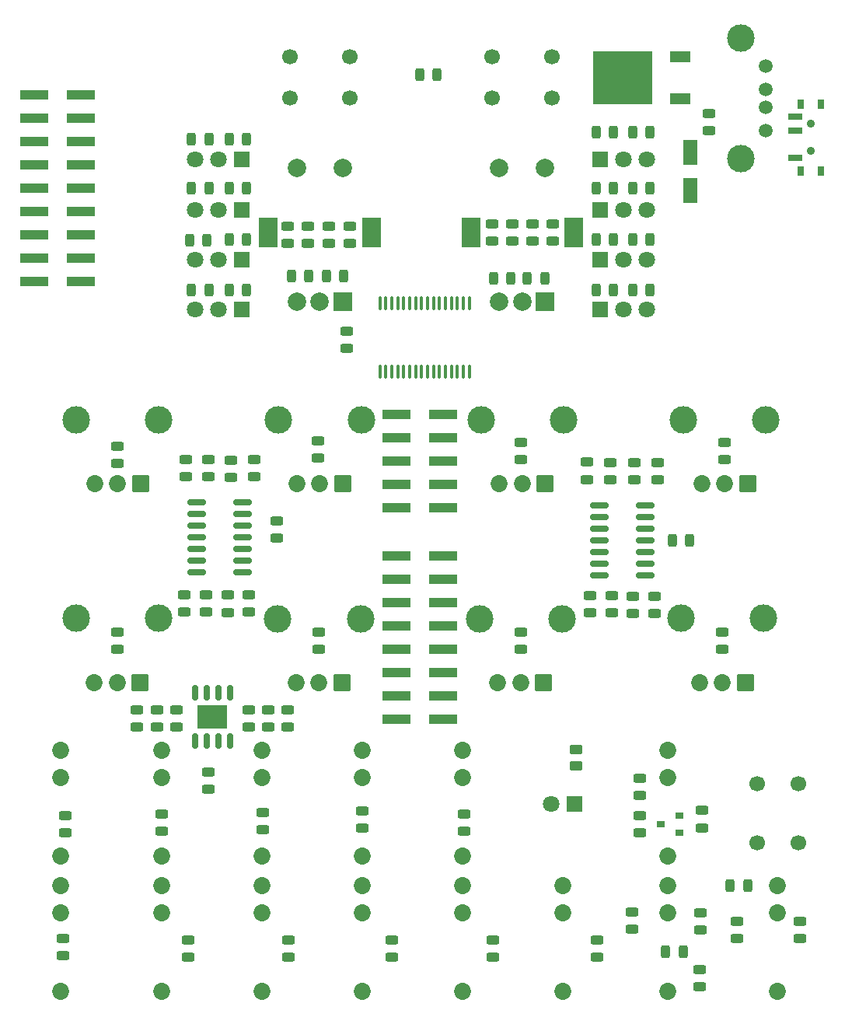
<source format=gbr>
%TF.GenerationSoftware,KiCad,Pcbnew,6.0.7-1.fc36*%
%TF.CreationDate,2022-09-03T22:34:53+00:00*%
%TF.ProjectId,fjol-top,666a6f6c-2d74-46f7-902e-6b696361645f,rev?*%
%TF.SameCoordinates,Original*%
%TF.FileFunction,Soldermask,Top*%
%TF.FilePolarity,Negative*%
%FSLAX46Y46*%
G04 Gerber Fmt 4.6, Leading zero omitted, Abs format (unit mm)*
G04 Created by KiCad (PCBNEW 6.0.7-1.fc36) date 2022-09-03 22:34:53*
%MOMM*%
%LPD*%
G01*
G04 APERTURE LIST*
G04 Aperture macros list*
%AMRoundRect*
0 Rectangle with rounded corners*
0 $1 Rounding radius*
0 $2 $3 $4 $5 $6 $7 $8 $9 X,Y pos of 4 corners*
0 Add a 4 corners polygon primitive as box body*
4,1,4,$2,$3,$4,$5,$6,$7,$8,$9,$2,$3,0*
0 Add four circle primitives for the rounded corners*
1,1,$1+$1,$2,$3*
1,1,$1+$1,$4,$5*
1,1,$1+$1,$6,$7*
1,1,$1+$1,$8,$9*
0 Add four rect primitives between the rounded corners*
20,1,$1+$1,$2,$3,$4,$5,0*
20,1,$1+$1,$4,$5,$6,$7,0*
20,1,$1+$1,$6,$7,$8,$9,0*
20,1,$1+$1,$8,$9,$2,$3,0*%
G04 Aperture macros list end*
%ADD10RoundRect,0.150000X0.825000X0.150000X-0.825000X0.150000X-0.825000X-0.150000X0.825000X-0.150000X0*%
%ADD11RoundRect,0.243750X-0.456250X0.243750X-0.456250X-0.243750X0.456250X-0.243750X0.456250X0.243750X0*%
%ADD12RoundRect,0.250000X-0.550000X1.137500X-0.550000X-1.137500X0.550000X-1.137500X0.550000X1.137500X0*%
%ADD13RoundRect,0.243750X0.456250X-0.243750X0.456250X0.243750X-0.456250X0.243750X-0.456250X-0.243750X0*%
%ADD14RoundRect,0.243750X0.243750X0.456250X-0.243750X0.456250X-0.243750X-0.456250X0.243750X-0.456250X0*%
%ADD15RoundRect,0.243750X-0.243750X-0.456250X0.243750X-0.456250X0.243750X0.456250X-0.243750X0.456250X0*%
%ADD16R,3.150000X1.000000*%
%ADD17R,0.900000X0.800000*%
%ADD18R,2.200000X1.200000*%
%ADD19R,6.400000X5.800000*%
%ADD20R,0.800000X1.000000*%
%ADD21C,0.900000*%
%ADD22R,1.500000X0.700000*%
%ADD23RoundRect,0.100000X0.100000X-0.637500X0.100000X0.637500X-0.100000X0.637500X-0.100000X-0.637500X0*%
%ADD24RoundRect,0.150000X-0.150000X0.662500X-0.150000X-0.662500X0.150000X-0.662500X0.150000X0.662500X0*%
%ADD25R,3.200000X2.514000*%
%ADD26RoundRect,0.250000X-0.450000X0.262500X-0.450000X-0.262500X0.450000X-0.262500X0.450000X0.262500X0*%
%ADD27C,1.853200*%
%ADD28C,1.503200*%
%ADD29C,3.003200*%
%ADD30RoundRect,0.101600X-0.825000X0.825000X-0.825000X-0.825000X0.825000X-0.825000X0.825000X0.825000X0*%
%ADD31C,2.997200*%
%ADD32C,1.700000*%
%ADD33R,2.000000X2.000000*%
%ADD34C,2.000000*%
%ADD35R,2.000000X3.200000*%
%ADD36R,1.800000X1.800000*%
%ADD37C,1.800000*%
G04 APERTURE END LIST*
D10*
%TO.C,U10*%
X161776838Y-112111780D03*
X161776838Y-110841780D03*
X161776838Y-109571780D03*
X161776838Y-108301780D03*
X161776838Y-107031780D03*
X161776838Y-105761780D03*
X161776838Y-104491780D03*
X156826838Y-104491780D03*
X156826838Y-105761780D03*
X156826838Y-107031780D03*
X156826838Y-108301780D03*
X156826838Y-109571780D03*
X156826838Y-110841780D03*
X156826838Y-112111780D03*
%TD*%
D11*
%TO.C,C8*%
X108613438Y-126721180D03*
X108613438Y-128596180D03*
%TD*%
%TO.C,C9*%
X120725938Y-126708680D03*
X120725938Y-128583680D03*
%TD*%
D12*
%TO.C,C14*%
X166705938Y-66056480D03*
X166705938Y-70181480D03*
%TD*%
D11*
%TO.C,C18*%
X168713438Y-61821180D03*
X168713438Y-63696180D03*
%TD*%
%TO.C,C32*%
X116299638Y-114245379D03*
X116299638Y-116120379D03*
%TD*%
%TO.C,C33*%
X113962838Y-114194580D03*
X113962838Y-116069580D03*
%TD*%
D13*
%TO.C,C42*%
X158023372Y-101659313D03*
X158023372Y-99784313D03*
%TD*%
%TO.C,C35*%
X114216838Y-101356046D03*
X114216838Y-99481046D03*
%TD*%
D11*
%TO.C,C36*%
X121688438Y-106121180D03*
X121688438Y-107996180D03*
%TD*%
D14*
%TO.C,C37*%
X166663438Y-108296180D03*
X164788438Y-108296180D03*
%TD*%
D11*
%TO.C,C38*%
X158124972Y-114296180D03*
X158124972Y-116171180D03*
%TD*%
%TO.C,C40*%
X160478705Y-114351578D03*
X160478705Y-116226578D03*
%TD*%
D13*
%TO.C,C41*%
X160580305Y-101676246D03*
X160580305Y-99801246D03*
%TD*%
%TO.C,C34*%
X119195238Y-101374512D03*
X119195238Y-99499512D03*
%TD*%
D15*
%TO.C,C46*%
X171064338Y-145830280D03*
X172939338Y-145830280D03*
%TD*%
D11*
%TO.C,C45*%
X129286000Y-85524100D03*
X129286000Y-87399100D03*
%TD*%
D16*
%TO.C,J6*%
X134730589Y-94591180D03*
X139780589Y-94591180D03*
X134730589Y-97131180D03*
X139780589Y-97131180D03*
X134730589Y-99671180D03*
X139780589Y-99671180D03*
X134730589Y-102211180D03*
X139780589Y-102211180D03*
X134730589Y-104751180D03*
X139780589Y-104751180D03*
%TD*%
D15*
%TO.C,L7*%
X137200938Y-57546180D03*
X139075938Y-57546180D03*
%TD*%
D11*
%TO.C,L8*%
X171811338Y-149733780D03*
X171811338Y-151608780D03*
%TD*%
D13*
%TO.C,L9*%
X178605838Y-151642280D03*
X178605838Y-149767280D03*
%TD*%
D11*
%TO.C,L10*%
X167760038Y-155037780D03*
X167760038Y-156912780D03*
%TD*%
D14*
%TO.C,L11*%
X165905000Y-153030000D03*
X164030000Y-153030000D03*
%TD*%
D17*
%TO.C,Q1*%
X165488438Y-140121180D03*
X165488438Y-138221180D03*
X163488438Y-139171180D03*
%TD*%
D11*
%TO.C,R11*%
X126273372Y-118286280D03*
X126273372Y-120161280D03*
%TD*%
%TO.C,R12*%
X130988438Y-137708680D03*
X130988438Y-139583680D03*
%TD*%
%TO.C,R13*%
X104310838Y-118286280D03*
X104310838Y-120161280D03*
%TD*%
%TO.C,R14*%
X142088438Y-138046180D03*
X142088438Y-139921180D03*
%TD*%
%TO.C,R28*%
X148238438Y-97596180D03*
X148238438Y-99471180D03*
%TD*%
%TO.C,R29*%
X145204838Y-151799280D03*
X145204838Y-153674280D03*
%TD*%
%TO.C,R17*%
X104310838Y-98046180D03*
X104310838Y-99921180D03*
%TD*%
%TO.C,R18*%
X122916338Y-151799280D03*
X122916338Y-153674280D03*
%TD*%
%TO.C,R19*%
X118636438Y-114228446D03*
X118636438Y-116103446D03*
%TD*%
%TO.C,R20*%
X111626038Y-114211513D03*
X111626038Y-116086513D03*
%TD*%
D13*
%TO.C,R34*%
X155466438Y-101642380D03*
X155466438Y-99767380D03*
%TD*%
%TO.C,R22*%
X111727638Y-101337580D03*
X111727638Y-99462580D03*
%TD*%
D11*
%TO.C,R23*%
X148235905Y-118286280D03*
X148235905Y-120161280D03*
%TD*%
%TO.C,R24*%
X111994338Y-151799280D03*
X111994338Y-153674280D03*
%TD*%
%TO.C,R25*%
X170198438Y-118286280D03*
X170198438Y-120161280D03*
%TD*%
%TO.C,R26*%
X170413438Y-97621180D03*
X170413438Y-99496180D03*
%TD*%
%TO.C,R27*%
X156507838Y-151799280D03*
X156507838Y-153674280D03*
%TD*%
%TO.C,R15*%
X126188438Y-97446180D03*
X126188438Y-99321180D03*
%TD*%
%TO.C,R16*%
X134219338Y-151799280D03*
X134219338Y-153674280D03*
%TD*%
%TO.C,R31*%
X155771238Y-114314646D03*
X155771238Y-116189646D03*
%TD*%
%TO.C,R32*%
X162832438Y-114333112D03*
X162832438Y-116208112D03*
%TD*%
D13*
%TO.C,R33*%
X163137238Y-101693179D03*
X163137238Y-99818179D03*
%TD*%
%TO.C,R21*%
X116706038Y-101392978D03*
X116706038Y-99517978D03*
%TD*%
D15*
%TO.C,R30*%
X160463438Y-63846180D03*
X162338438Y-63846180D03*
%TD*%
%TO.C,R35*%
X156438438Y-63846180D03*
X158313438Y-63846180D03*
%TD*%
D13*
%TO.C,R50*%
X167810838Y-150689780D03*
X167810838Y-148814780D03*
%TD*%
%TO.C,R54*%
X98638438Y-140146180D03*
X98638438Y-138271180D03*
%TD*%
%TO.C,R55*%
X98338438Y-153496180D03*
X98338438Y-151621180D03*
%TD*%
D15*
%TO.C,R36*%
X160463438Y-69946180D03*
X162338438Y-69946180D03*
%TD*%
%TO.C,R37*%
X156438438Y-69946180D03*
X158313438Y-69946180D03*
%TD*%
D13*
%TO.C,R38*%
X167988438Y-139571180D03*
X167988438Y-137696180D03*
%TD*%
%TO.C,R40*%
X161238438Y-136021180D03*
X161238438Y-134146180D03*
%TD*%
D10*
%TO.C,U9*%
X117898338Y-111730780D03*
X117898338Y-110460780D03*
X117898338Y-109190780D03*
X117898338Y-107920780D03*
X117898338Y-106650780D03*
X117898338Y-105380780D03*
X117898338Y-104110780D03*
X112948338Y-104110780D03*
X112948338Y-105380780D03*
X112948338Y-106650780D03*
X112948338Y-107920780D03*
X112948338Y-109190780D03*
X112948338Y-110460780D03*
X112948338Y-111730780D03*
%TD*%
D18*
%TO.C,U5*%
X165635438Y-60188180D03*
D19*
X159335438Y-57908180D03*
D18*
X165635438Y-55628180D03*
%TD*%
D15*
%TO.C,R52*%
X160463438Y-75521180D03*
X162338438Y-75521180D03*
%TD*%
D14*
%TO.C,R53*%
X158313438Y-75521180D03*
X156438438Y-75521180D03*
%TD*%
D20*
%TO.C,SW2*%
X180957838Y-60745780D03*
D21*
X179857838Y-65895780D03*
X179857838Y-62895780D03*
D20*
X178747838Y-68045780D03*
X180957838Y-68045780D03*
X178747838Y-60745780D03*
D22*
X178097838Y-66645780D03*
X178097838Y-63645780D03*
X178097838Y-62145780D03*
%TD*%
D16*
%TO.C,J7*%
X134730589Y-109931180D03*
X139780589Y-109931180D03*
X134730589Y-112471180D03*
X139780589Y-112471180D03*
X134730589Y-115011180D03*
X139780589Y-115011180D03*
X134730589Y-117551180D03*
X139780589Y-117551180D03*
X134730589Y-120091180D03*
X139780589Y-120091180D03*
X134730589Y-122631180D03*
X139780589Y-122631180D03*
X134730589Y-125171180D03*
X139780589Y-125171180D03*
X134730589Y-127711180D03*
X139780589Y-127711180D03*
%TD*%
%TO.C,J5*%
X100338838Y-80107780D03*
X95288838Y-80107780D03*
X100338838Y-77567780D03*
X95288838Y-77567780D03*
X100338838Y-75027780D03*
X95288838Y-75027780D03*
X100338838Y-72487780D03*
X95288838Y-72487780D03*
X100338838Y-69947780D03*
X95288838Y-69947780D03*
X100338838Y-67407780D03*
X95288838Y-67407780D03*
X100338838Y-64867780D03*
X95288838Y-64867780D03*
X100338838Y-62327780D03*
X95288838Y-62327780D03*
X100338838Y-59787780D03*
X95288838Y-59787780D03*
%TD*%
D13*
%TO.C,R41*%
X161213438Y-140096180D03*
X161213438Y-138221180D03*
%TD*%
%TO.C,R51*%
X160394038Y-150613580D03*
X160394038Y-148738580D03*
%TD*%
D15*
%TO.C,C39*%
X148963438Y-79746180D03*
X150838438Y-79746180D03*
%TD*%
D14*
%TO.C,C43*%
X147188438Y-79746180D03*
X145313438Y-79746180D03*
%TD*%
D15*
%TO.C,C51*%
X127063438Y-79496180D03*
X128938438Y-79496180D03*
%TD*%
D14*
%TO.C,C52*%
X125163438Y-79496180D03*
X123288438Y-79496180D03*
%TD*%
D13*
%TO.C,R82*%
X151688438Y-75696180D03*
X151688438Y-73821180D03*
%TD*%
%TO.C,R83*%
X149488438Y-75696180D03*
X149488438Y-73821180D03*
%TD*%
%TO.C,R84*%
X147288438Y-75696180D03*
X147288438Y-73821180D03*
%TD*%
D11*
%TO.C,R85*%
X145088438Y-73821180D03*
X145088438Y-75696180D03*
%TD*%
D13*
%TO.C,R86*%
X129588438Y-75946180D03*
X129588438Y-74071180D03*
%TD*%
%TO.C,R87*%
X127338438Y-75946180D03*
X127338438Y-74071180D03*
%TD*%
%TO.C,R88*%
X125088438Y-75946180D03*
X125088438Y-74071180D03*
%TD*%
D11*
%TO.C,R89*%
X122838438Y-74071180D03*
X122838438Y-75946180D03*
%TD*%
D15*
%TO.C,R64*%
X160463438Y-81046180D03*
X162338438Y-81046180D03*
%TD*%
D14*
%TO.C,R65*%
X158313438Y-81046180D03*
X156438438Y-81046180D03*
%TD*%
D13*
%TO.C,R66*%
X106463438Y-128596180D03*
X106463438Y-126721180D03*
%TD*%
D11*
%TO.C,R67*%
X109113438Y-138083680D03*
X109113438Y-139958680D03*
%TD*%
D13*
%TO.C,R68*%
X122863438Y-128583680D03*
X122863438Y-126708680D03*
%TD*%
D11*
%TO.C,R69*%
X120100938Y-137933680D03*
X120100938Y-139808680D03*
%TD*%
%TO.C,R70*%
X110763438Y-126721180D03*
X110763438Y-128596180D03*
%TD*%
%TO.C,R71*%
X118588438Y-126708680D03*
X118588438Y-128583680D03*
%TD*%
D14*
%TO.C,R72*%
X114263438Y-64571180D03*
X112388438Y-64571180D03*
%TD*%
%TO.C,R73*%
X118363438Y-64571180D03*
X116488438Y-64571180D03*
%TD*%
%TO.C,R74*%
X114263438Y-69946180D03*
X112388438Y-69946180D03*
%TD*%
%TO.C,R75*%
X118363438Y-69946180D03*
X116488438Y-69946180D03*
%TD*%
%TO.C,R76*%
X114069100Y-75590400D03*
X112194100Y-75590400D03*
%TD*%
%TO.C,R77*%
X118363438Y-75521180D03*
X116488438Y-75521180D03*
%TD*%
%TO.C,R78*%
X114263438Y-81046180D03*
X112388438Y-81046180D03*
%TD*%
%TO.C,R79*%
X118363438Y-81046180D03*
X116488438Y-81046180D03*
%TD*%
D23*
%TO.C,U12*%
X132894600Y-89869300D03*
X133544600Y-89869300D03*
X134194600Y-89869300D03*
X134844600Y-89869300D03*
X135494600Y-89869300D03*
X136144600Y-89869300D03*
X136794600Y-89869300D03*
X137444600Y-89869300D03*
X138094600Y-89869300D03*
X138744600Y-89869300D03*
X139394600Y-89869300D03*
X140044600Y-89869300D03*
X140694600Y-89869300D03*
X141344600Y-89869300D03*
X141994600Y-89869300D03*
X142644600Y-89869300D03*
X142644600Y-82444300D03*
X141994600Y-82444300D03*
X141344600Y-82444300D03*
X140694600Y-82444300D03*
X140044600Y-82444300D03*
X139394600Y-82444300D03*
X138744600Y-82444300D03*
X138094600Y-82444300D03*
X137444600Y-82444300D03*
X136794600Y-82444300D03*
X136144600Y-82444300D03*
X135494600Y-82444300D03*
X134844600Y-82444300D03*
X134194600Y-82444300D03*
X133544600Y-82444300D03*
X132894600Y-82444300D03*
%TD*%
D13*
%TO.C,C11*%
X114188438Y-135396180D03*
X114188438Y-133521180D03*
%TD*%
D24*
%TO.C,U13*%
X116568438Y-124858680D03*
X115298438Y-124858680D03*
X114028438Y-124858680D03*
X112758438Y-124858680D03*
X112758438Y-130133680D03*
X114028438Y-130133680D03*
X115298438Y-130133680D03*
X116568438Y-130133680D03*
D25*
X114663438Y-127496180D03*
%TD*%
D26*
%TO.C,R5*%
X154275000Y-131012500D03*
X154275000Y-132837500D03*
%TD*%
D27*
%TO.C,CV-RAT1*%
X141912082Y-157358929D03*
X141912082Y-148858929D03*
X141912082Y-145858929D03*
%TD*%
%TO.C,CV-REL1*%
X109100602Y-157358929D03*
X109100602Y-148858929D03*
X109100602Y-145858929D03*
%TD*%
%TO.C,CV-PM1*%
X152849242Y-157358929D03*
X152849242Y-148858929D03*
X152849242Y-145858929D03*
%TD*%
%TO.C,CV-RAT2*%
X120037762Y-157358929D03*
X120037762Y-148858929D03*
X120037762Y-145858929D03*
%TD*%
%TO.C,CV-PM2*%
X130974922Y-157358929D03*
X130974922Y-148858929D03*
X130974922Y-145858929D03*
%TD*%
%TO.C,LEFT-OUT1*%
X98163438Y-142626929D03*
X98163438Y-134126929D03*
X98163438Y-131126929D03*
%TD*%
%TO.C,GATE-OUT1*%
X164286402Y-142626929D03*
X164286402Y-134126929D03*
X164286402Y-131126929D03*
%TD*%
%TO.C,RIGHT-OUT1*%
X98163438Y-157346180D03*
X98163438Y-148846180D03*
X98163438Y-145846180D03*
%TD*%
D28*
%TO.C,X1*%
X174922838Y-63652780D03*
X174922838Y-61152780D03*
X174922838Y-59152780D03*
X174922838Y-56652780D03*
D29*
X172212838Y-53582780D03*
X172212838Y-66722780D03*
%TD*%
D27*
%TO.C,CV-CTL2*%
X130974922Y-142626929D03*
X130974922Y-134126929D03*
X130974922Y-131126929D03*
%TD*%
%TO.C,cv-cutoff1*%
X141912082Y-142626929D03*
X141912082Y-134126929D03*
X141912082Y-131126929D03*
%TD*%
D30*
%TO.C,ATTACK1*%
X172700338Y-123732280D03*
D27*
X170200338Y-123732280D03*
X167700338Y-123732280D03*
D31*
X174700338Y-116732280D03*
X165700338Y-116732280D03*
%TD*%
D30*
%TO.C,cutoff1*%
X128768338Y-123795780D03*
D27*
X126268338Y-123795780D03*
X123768338Y-123795780D03*
D31*
X130768338Y-116795780D03*
X121768338Y-116795780D03*
%TD*%
D30*
%TO.C,RELEASE1*%
X150734338Y-123795780D03*
D27*
X148234338Y-123795780D03*
X145734338Y-123795780D03*
D31*
X152734338Y-116795780D03*
X143734338Y-116795780D03*
%TD*%
D32*
%TO.C,sw-midi1*%
X178473562Y-141246180D03*
X178473562Y-134746180D03*
X173973562Y-141246180D03*
X173973562Y-134746180D03*
%TD*%
D30*
%TO.C,CTL2*%
X106802338Y-123747280D03*
D27*
X104302338Y-123747280D03*
X101802338Y-123747280D03*
D31*
X108802338Y-116747280D03*
X99802338Y-116747280D03*
%TD*%
D27*
%TO.C,MIDI-IN1*%
X176223562Y-157358929D03*
X176223562Y-148858929D03*
X176223562Y-145858929D03*
%TD*%
%TO.C,MIDI-THRU1*%
X164286402Y-157358929D03*
X164286402Y-148858929D03*
X164286402Y-145858929D03*
%TD*%
D32*
%TO.C,sw-sel2*%
X123103372Y-60096180D03*
X129603372Y-60096180D03*
X123103372Y-55596180D03*
X129603372Y-55596180D03*
%TD*%
D33*
%TO.C,SW3*%
X150895905Y-82246180D03*
D34*
X145895905Y-82246180D03*
X148395905Y-82246180D03*
D35*
X153995905Y-74746180D03*
X142795905Y-74746180D03*
D34*
X145895905Y-67746180D03*
X150895905Y-67746180D03*
%TD*%
D33*
%TO.C,SW4*%
X128853372Y-82246180D03*
D34*
X123853372Y-82246180D03*
X126353372Y-82246180D03*
D35*
X120753372Y-74746180D03*
X131953372Y-74746180D03*
D34*
X123853372Y-67746180D03*
X128853372Y-67746180D03*
%TD*%
D27*
%TO.C,CV-CTL3*%
X120037762Y-142626929D03*
X120037762Y-134126929D03*
X120037762Y-131126929D03*
%TD*%
%TO.C,CV-CTL4*%
X109100602Y-142626929D03*
X109100602Y-134126929D03*
X109100602Y-131126929D03*
%TD*%
D36*
%TO.C,D5*%
X156867172Y-66821180D03*
D37*
X159407172Y-66821180D03*
X161947172Y-66821180D03*
%TD*%
D36*
%TO.C,D6*%
X156867172Y-72271180D03*
D37*
X159407172Y-72271180D03*
X161947172Y-72271180D03*
%TD*%
D36*
%TO.C,D7*%
X156867172Y-77721180D03*
D37*
X159407172Y-77721180D03*
X161947172Y-77721180D03*
%TD*%
D36*
%TO.C,D8*%
X156867172Y-83171180D03*
D37*
X159407172Y-83171180D03*
X161947172Y-83171180D03*
%TD*%
D36*
%TO.C,D9*%
X117882105Y-66821180D03*
D37*
X115342105Y-66821180D03*
X112802105Y-66821180D03*
%TD*%
D36*
%TO.C,D10*%
X117882105Y-72271180D03*
D37*
X115342105Y-72271180D03*
X112802105Y-72271180D03*
%TD*%
D36*
%TO.C,D11*%
X117882105Y-77721180D03*
D37*
X115342105Y-77721180D03*
X112802105Y-77721180D03*
%TD*%
D36*
%TO.C,D12*%
X117882105Y-83171180D03*
D37*
X115342105Y-83171180D03*
X112802105Y-83171180D03*
%TD*%
D32*
%TO.C,sw-sel1*%
X145145905Y-60096180D03*
X151645905Y-60096180D03*
X145145905Y-55596180D03*
X151645905Y-55596180D03*
%TD*%
D30*
%TO.C,PM2*%
X128853373Y-102133480D03*
D27*
X126353373Y-102133480D03*
X123853373Y-102133480D03*
D31*
X130853373Y-95133480D03*
X121853373Y-95133480D03*
%TD*%
D30*
%TO.C,RATIO1*%
X150895905Y-102133480D03*
D27*
X148395905Y-102133480D03*
X145895905Y-102133480D03*
D31*
X152895905Y-95133480D03*
X143895905Y-95133480D03*
%TD*%
D30*
%TO.C,RATIO2*%
X106810838Y-102133480D03*
D27*
X104310838Y-102133480D03*
X101810838Y-102133480D03*
D31*
X108810838Y-95133480D03*
X99810838Y-95133480D03*
%TD*%
D30*
%TO.C,PM1*%
X172938438Y-102133480D03*
D27*
X170438438Y-102133480D03*
X167938438Y-102133480D03*
D31*
X174938438Y-95133480D03*
X165938438Y-95133480D03*
%TD*%
D36*
%TO.C,D4*%
X154124242Y-136996179D03*
D37*
X151584242Y-136996179D03*
%TD*%
M02*

</source>
